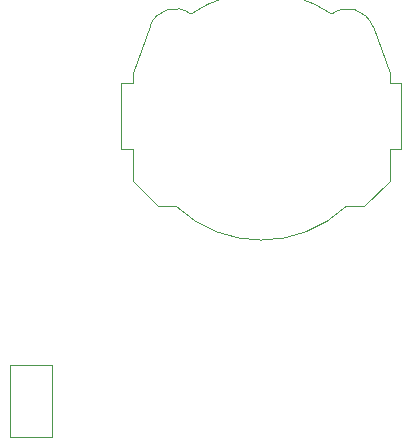
<source format=gbr>
%TF.GenerationSoftware,KiCad,Pcbnew,9.0.1*%
%TF.CreationDate,2025-05-08T10:03:44+02:00*%
%TF.ProjectId,smiley_example_pcb,736d696c-6579-45f6-9578-616d706c655f,rev?*%
%TF.SameCoordinates,Original*%
%TF.FileFunction,Other,User*%
%FSLAX46Y46*%
G04 Gerber Fmt 4.6, Leading zero omitted, Abs format (unit mm)*
G04 Created by KiCad (PCBNEW 9.0.1) date 2025-05-08 10:03:44*
%MOMM*%
%LPD*%
G01*
G04 APERTURE LIST*
%ADD10C,0.050000*%
G04 APERTURE END LIST*
D10*
%TO.C,BT1*%
X55935000Y-26920000D02*
G75*
G02*
X59390144Y-27938659I1350000J-1790000D01*
G01*
X44015000Y-26920000D02*
G75*
G02*
X55920368Y-26909925I5960000J-8640001D01*
G01*
X40545000Y-27940000D02*
G75*
G02*
X44018035Y-26905396I2120000J-770000D01*
G01*
X57175000Y-43200000D02*
G75*
G02*
X42775454Y-43200427I-7200000J7640003D01*
G01*
X61845000Y-32770000D02*
X61845000Y-38350000D01*
X61845000Y-38350000D02*
X60855000Y-38350000D01*
X60855000Y-31920000D02*
X60855000Y-32770000D01*
X60855000Y-32770000D02*
X61845000Y-32770000D01*
X60855000Y-38350000D02*
X60855000Y-41060000D01*
X60855000Y-41060000D02*
X58715000Y-43200000D01*
X59405000Y-27930000D02*
X60855000Y-31920000D01*
X58715000Y-43200000D02*
X57175000Y-43200000D01*
X42775000Y-43200000D02*
X41235000Y-43200000D01*
X41235000Y-43200000D02*
X39095000Y-41060000D01*
X39095000Y-31920000D02*
X40535000Y-27940000D01*
X39095000Y-32770000D02*
X39095000Y-31920000D01*
X39095000Y-38350000D02*
X38105000Y-38350000D01*
X39095000Y-41060000D02*
X39095000Y-38350000D01*
X38105000Y-32770000D02*
X39095000Y-32770000D01*
X38105000Y-38350000D02*
X38105000Y-32770000D01*
%TO.C,SW1*%
X28710000Y-62730000D02*
X28710000Y-56640000D01*
X28710000Y-56640000D02*
X32250000Y-56640000D01*
X32250000Y-62730000D02*
X28710000Y-62730000D01*
X32250000Y-56640000D02*
X32250000Y-62730000D01*
%TD*%
M02*

</source>
